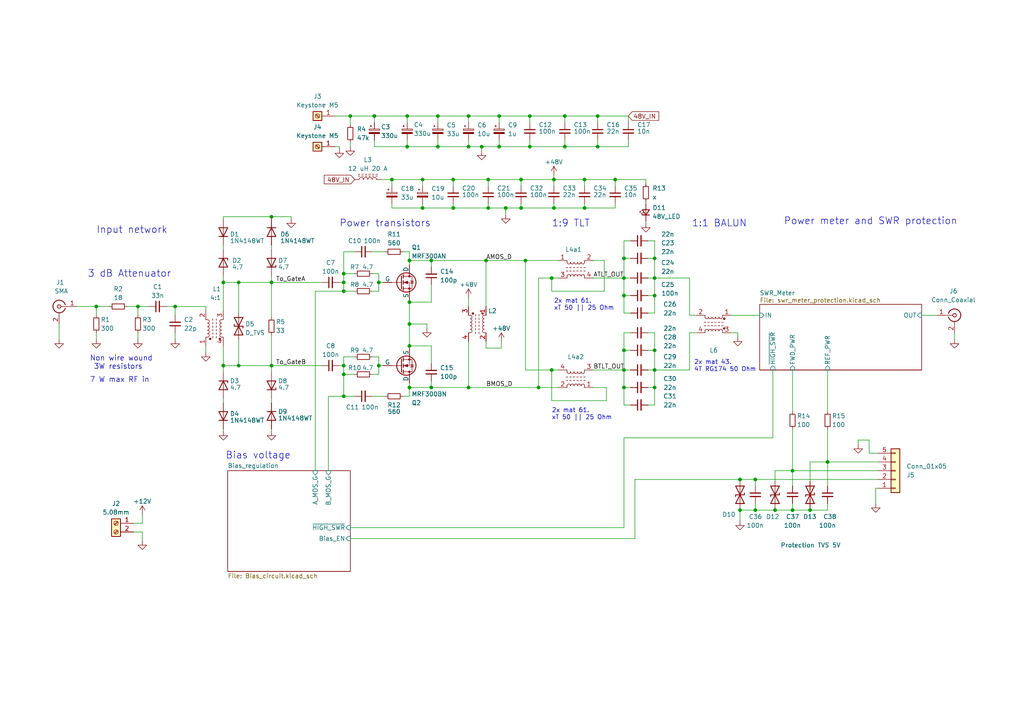
<source format=kicad_sch>
(kicad_sch (version 20230121) (generator eeschema)
  (paper "A4")
  (title_block (title "600 W LDMOS HF RF Amplifier - Forte") (date "2024-05-10") (rev "1.1") (company "SP6GK") (comment 1 "RF pallet"))
  (junction (at 219.075 139.065))
  (junction (at 118.745 93.98))
  (junction (at 144.78 33.655))
  (junction (at 69.215 81.915))
  (junction (at 99.695 106.045))
  (junction (at 169.545 52.07))
  (junction (at 163.83 33.655))
  (junction (at 214.63 139.065))
  (junction (at 113.665 52.07))
  (junction (at 163.83 42.545))
  (junction (at 173.355 33.655))
  (junction (at 118.745 87.63))
  (junction (at 229.87 147.955))
  (junction (at 69.215 106.045))
  (junction (at 78.74 81.915))
  (junction (at 178.435 52.07))
  (junction (at 118.11 42.545))
  (junction (at 151.13 60.325))
  (junction (at 153.67 42.545))
  (junction (at 99.695 79.375))
  (junction (at 169.545 60.325))
  (junction (at 122.555 52.07))
  (junction (at 189.865 112.395))
  (junction (at 180.975 85.725))
  (junction (at 108.585 33.655))
  (junction (at 118.745 112.395))
  (junction (at 64.77 81.915))
  (junction (at 122.555 60.325))
  (junction (at 180.975 112.395))
  (junction (at 109.855 81.915))
  (junction (at 144.78 42.545))
  (junction (at 180.975 101.6))
  (junction (at 160.655 52.07))
  (junction (at 189.865 74.93))
  (junction (at 189.865 107.315))
  (junction (at 214.63 147.955))
  (junction (at 131.445 52.07))
  (junction (at 229.87 136.525))
  (junction (at 189.865 85.725))
  (junction (at 118.745 100.33))
  (junction (at 160.02 107.315))
  (junction (at 140.97 75.565))
  (junction (at 99.695 81.915))
  (junction (at 141.605 52.07))
  (junction (at 153.67 33.655))
  (junction (at 127 42.545))
  (junction (at 180.975 80.645))
  (junction (at 99.695 84.455))
  (junction (at 99.695 108.585))
  (junction (at 131.445 60.325))
  (junction (at 156.21 112.395))
  (junction (at 125.095 75.565))
  (junction (at 109.855 106.045))
  (junction (at 78.74 62.865))
  (junction (at 40.005 88.9))
  (junction (at 135.89 42.545))
  (junction (at 234.95 147.955))
  (junction (at 240.03 133.985))
  (junction (at 99.695 114.935))
  (junction (at 118.745 75.565))
  (junction (at 151.13 52.07))
  (junction (at 219.075 147.955))
  (junction (at 189.865 101.6))
  (junction (at 118.11 33.655))
  (junction (at 141.605 60.325))
  (junction (at 27.94 88.9))
  (junction (at 64.77 106.045))
  (junction (at 173.355 42.545))
  (junction (at 160.02 80.645))
  (junction (at 146.685 60.325))
  (junction (at 160.655 60.325))
  (junction (at 125.095 112.395))
  (junction (at 189.865 80.645))
  (junction (at 152.4 75.565))
  (junction (at 180.975 107.315))
  (junction (at 50.8 88.9))
  (junction (at 224.79 147.955))
  (junction (at 101.6 33.655))
  (junction (at 139.7 42.545))
  (junction (at 135.89 112.395))
  (junction (at 135.89 33.655))
  (junction (at 180.975 74.93))
  (junction (at 78.74 106.045))
  (junction (at 127 33.655))
  (wire (pts (xy 125.095 75.565) (xy 125.095 77.47)))
  (wire (pts (xy 180.975 127) (xy 224.155 127)))
  (wire (pts (xy 22.225 88.9) (xy 27.94 88.9)))
  (wire (pts (xy 50.8 91.44) (xy 50.8 88.9)))
  (wire (pts (xy 178.435 59.055) (xy 178.435 60.325)))
  (wire (pts (xy 125.095 105.41) (xy 125.095 100.33)))
  (wire (pts (xy 101.6 153.035) (xy 180.975 153.035)))
  (wire (pts (xy 160.02 80.645) (xy 156.21 80.645)))
  (wire (pts (xy 160.02 107.315) (xy 161.925 107.315)))
  (wire (pts (xy 141.605 52.07) (xy 141.605 53.975)))
  (wire (pts (xy 180.975 101.6) (xy 180.975 96.52)))
  (wire (pts (xy 182.88 80.645) (xy 180.975 80.645)))
  (wire (pts (xy 141.605 52.07) (xy 151.13 52.07)))
  (wire (pts (xy 95.25 114.935) (xy 99.695 114.935)))
  (wire (pts (xy 131.445 52.07) (xy 141.605 52.07)))
  (wire (pts (xy 163.83 33.655) (xy 173.355 33.655)))
  (wire (pts (xy 200.025 80.645) (xy 200.025 91.44)))
  (wire (pts (xy 125.095 112.395) (xy 135.89 112.395)))
  (wire (pts (xy 107.95 103.505) (xy 109.855 103.505)))
  (wire (pts (xy 172.085 75.565) (xy 175.26 75.565)))
  (wire (pts (xy 224.79 147.955) (xy 229.87 147.955)))
  (wire (pts (xy 118.745 112.395) (xy 125.095 112.395)))
  (wire (pts (xy 135.89 86.36) (xy 135.89 88.9)))
  (wire (pts (xy 229.87 146.05) (xy 229.87 147.955)))
  (wire (pts (xy 240.03 133.985) (xy 240.03 140.97)))
  (wire (pts (xy 99.695 106.045) (xy 99.695 108.585)))
  (wire (pts (xy 189.865 96.52) (xy 189.865 101.6)))
  (wire (pts (xy 254.635 131.445) (xy 252.095 131.445)))
  (wire (pts (xy 122.555 52.07) (xy 122.555 53.975)))
  (wire (pts (xy 118.745 112.395) (xy 118.745 111.125)))
  (wire (pts (xy 108.585 33.655) (xy 118.11 33.655)))
  (wire (pts (xy 182.88 101.6) (xy 180.975 101.6)))
  (wire (pts (xy 254.635 133.985) (xy 240.03 133.985)))
  (wire (pts (xy 163.83 42.545) (xy 153.67 42.545)))
  (wire (pts (xy 224.155 107.315) (xy 224.155 127)))
  (wire (pts (xy 109.855 79.375) (xy 109.855 81.915)))
  (wire (pts (xy 152.4 75.565) (xy 161.925 75.565)))
  (wire (pts (xy 224.79 136.525) (xy 224.79 139.7)))
  (wire (pts (xy 229.87 124.46) (xy 229.87 136.525)))
  (wire (pts (xy 175.895 116.205) (xy 160.02 116.205)))
  (wire (pts (xy 146.685 60.325) (xy 151.13 60.325)))
  (wire (pts (xy 173.355 33.655) (xy 182.245 33.655)))
  (wire (pts (xy 182.245 33.655) (xy 182.245 35.56)))
  (wire (pts (xy 64.77 125.095) (xy 64.77 124.46)))
  (wire (pts (xy 224.79 136.525) (xy 229.87 136.525)))
  (wire (pts (xy 189.865 101.6) (xy 189.865 107.315)))
  (wire (pts (xy 189.865 90.805) (xy 187.96 90.805)))
  (wire (pts (xy 99.695 81.915) (xy 99.695 79.375)))
  (wire (pts (xy 122.555 59.055) (xy 122.555 60.325)))
  (wire (pts (xy 118.745 114.935) (xy 118.745 112.395)))
  (wire (pts (xy 160.02 80.645) (xy 160.02 84.455)))
  (wire (pts (xy 135.89 42.545) (xy 127 42.545)))
  (wire (pts (xy 144.78 42.545) (xy 139.7 42.545)))
  (wire (pts (xy 182.88 117.475) (xy 180.975 117.475)))
  (wire (pts (xy 173.355 33.655) (xy 173.355 35.56)))
  (wire (pts (xy 78.74 125.095) (xy 78.74 124.46)))
  (wire (pts (xy 189.865 74.93) (xy 189.865 80.645)))
  (wire (pts (xy 98.425 42.545) (xy 98.425 43.18)))
  (wire (pts (xy 64.77 62.865) (xy 78.74 62.865)))
  (wire (pts (xy 182.245 42.545) (xy 173.355 42.545)))
  (wire (pts (xy 153.67 42.545) (xy 153.67 40.64)))
  (wire (pts (xy 123.825 95.25) (xy 123.825 93.98)))
  (wire (pts (xy 151.13 60.325) (xy 160.655 60.325)))
  (wire (pts (xy 219.075 139.065) (xy 214.63 139.065)))
  (wire (pts (xy 145.415 99.06) (xy 145.415 100.965)))
  (wire (pts (xy 187.96 85.725) (xy 189.865 85.725)))
  (wire (pts (xy 78.74 106.045) (xy 93.345 106.045)))
  (wire (pts (xy 97.155 42.545) (xy 98.425 42.545)))
  (wire (pts (xy 187.96 101.6) (xy 189.865 101.6)))
  (wire (pts (xy 187.96 96.52) (xy 189.865 96.52)))
  (wire (pts (xy 146.685 60.325) (xy 146.685 62.23)))
  (wire (pts (xy 224.79 147.955) (xy 219.075 147.955)))
  (wire (pts (xy 151.13 59.055) (xy 151.13 60.325)))
  (wire (pts (xy 78.74 72.39) (xy 78.74 71.12)))
  (wire (pts (xy 118.11 42.545) (xy 118.11 40.64)))
  (wire (pts (xy 109.855 84.455) (xy 107.95 84.455)))
  (wire (pts (xy 135.89 42.545) (xy 135.89 40.64)))
  (wire (pts (xy 84.455 62.865) (xy 84.455 63.5)))
  (wire (pts (xy 127 35.56) (xy 127 33.655)))
  (wire (pts (xy 189.865 69.85) (xy 189.865 74.93)))
  (wire (pts (xy 187.96 69.85) (xy 189.865 69.85)))
  (wire (pts (xy 229.87 136.525) (xy 229.87 140.97)))
  (wire (pts (xy 172.085 107.315) (xy 180.975 107.315)))
  (wire (pts (xy 169.545 59.055) (xy 169.545 60.325)))
  (wire (pts (xy 182.88 85.725) (xy 180.975 85.725)))
  (wire (pts (xy 180.975 90.805) (xy 180.975 85.725)))
  (wire (pts (xy 153.67 33.655) (xy 163.83 33.655)))
  (wire (pts (xy 151.13 52.07) (xy 151.13 53.975)))
  (wire (pts (xy 153.67 35.56) (xy 153.67 33.655)))
  (wire (pts (xy 169.545 52.07) (xy 169.545 53.975)))
  (wire (pts (xy 64.77 72.39) (xy 64.77 71.12)))
  (wire (pts (xy 187.325 52.07) (xy 187.325 53.34)))
  (wire (pts (xy 252.095 131.445) (xy 252.095 127.635)))
  (wire (pts (xy 48.26 88.9) (xy 50.8 88.9)))
  (wire (pts (xy 91.44 84.455) (xy 91.44 136.525)))
  (wire (pts (xy 135.89 112.395) (xy 156.21 112.395)))
  (wire (pts (xy 189.865 107.315) (xy 200.025 107.315)))
  (wire (pts (xy 140.97 75.565) (xy 152.4 75.565)))
  (wire (pts (xy 127 42.545) (xy 127 40.64)))
  (wire (pts (xy 109.855 108.585) (xy 107.95 108.585)))
  (wire (pts (xy 110.49 52.07) (xy 113.665 52.07)))
  (wire (pts (xy 146.685 60.325) (xy 141.605 60.325)))
  (wire (pts (xy 27.94 88.9) (xy 31.75 88.9)))
  (wire (pts (xy 178.435 52.07) (xy 178.435 53.975)))
  (wire (pts (xy 101.6 41.275) (xy 101.6 42.545)))
  (wire (pts (xy 141.605 60.325) (xy 131.445 60.325)))
  (wire (pts (xy 116.84 114.935) (xy 118.745 114.935)))
  (wire (pts (xy 95.25 136.525) (xy 95.25 114.935)))
  (wire (pts (xy 135.89 99.06) (xy 135.89 112.395)))
  (wire (pts (xy 254.635 136.525) (xy 229.87 136.525)))
  (wire (pts (xy 78.74 81.915) (xy 78.74 80.01)))
  (wire (pts (xy 101.6 33.655) (xy 108.585 33.655)))
  (wire (pts (xy 109.855 106.045) (xy 109.855 108.585)))
  (wire (pts (xy 64.77 106.045) (xy 69.215 106.045)))
  (wire (pts (xy 99.695 84.455) (xy 99.695 81.915)))
  (wire (pts (xy 214.63 147.955) (xy 214.63 151.13)))
  (wire (pts (xy 118.745 93.98) (xy 118.745 100.33)))
  (wire (pts (xy 189.865 117.475) (xy 187.96 117.475)))
  (wire (pts (xy 99.695 103.505) (xy 99.695 106.045)))
  (wire (pts (xy 160.655 50.8) (xy 160.655 52.07)))
  (wire (pts (xy 182.88 90.805) (xy 180.975 90.805)))
  (wire (pts (xy 139.7 42.545) (xy 139.7 43.815)))
  (wire (pts (xy 180.975 74.93) (xy 180.975 69.85)))
  (wire (pts (xy 127 33.655) (xy 135.89 33.655)))
  (wire (pts (xy 172.085 112.395) (xy 175.895 112.395)))
  (wire (pts (xy 41.275 154.305) (xy 41.275 156.845)))
  (wire (pts (xy 160.655 59.055) (xy 160.655 60.325)))
  (wire (pts (xy 69.215 98.425) (xy 69.215 106.045)))
  (wire (pts (xy 153.67 42.545) (xy 144.78 42.545)))
  (wire (pts (xy 151.13 52.07) (xy 160.655 52.07)))
  (wire (pts (xy 212.09 91.44) (xy 220.345 91.44)))
  (wire (pts (xy 189.865 80.645) (xy 189.865 85.725)))
  (wire (pts (xy 229.87 147.955) (xy 234.95 147.955)))
  (wire (pts (xy 175.26 84.455) (xy 175.26 75.565)))
  (wire (pts (xy 109.855 81.915) (xy 109.855 84.455)))
  (wire (pts (xy 50.8 96.52) (xy 50.8 98.425)))
  (wire (pts (xy 27.94 96.52) (xy 27.94 98.425)))
  (wire (pts (xy 78.74 115.57) (xy 78.74 116.84)))
  (wire (pts (xy 118.745 100.33) (xy 118.745 100.965)))
  (wire (pts (xy 213.995 96.52) (xy 213.995 97.79)))
  (wire (pts (xy 140.97 88.9) (xy 140.97 75.565)))
  (wire (pts (xy 99.695 84.455) (xy 91.44 84.455)))
  (wire (pts (xy 78.74 62.865) (xy 78.74 63.5)))
  (wire (pts (xy 41.275 151.765) (xy 41.275 149.225)))
  (wire (pts (xy 140.97 100.965) (xy 140.97 99.06)))
  (wire (pts (xy 160.02 116.205) (xy 160.02 107.315)))
  (wire (pts (xy 141.605 59.055) (xy 141.605 60.325)))
  (wire (pts (xy 189.865 85.725) (xy 189.865 90.805)))
  (wire (pts (xy 118.745 73.025) (xy 118.745 75.565)))
  (wire (pts (xy 240.03 124.46) (xy 240.03 133.985)))
  (wire (pts (xy 140.97 100.965) (xy 145.415 100.965)))
  (wire (pts (xy 131.445 52.07) (xy 131.445 53.975)))
  (wire (pts (xy 254.635 139.065) (xy 219.075 139.065)))
  (wire (pts (xy 175.895 112.395) (xy 175.895 116.205)))
  (wire (pts (xy 131.445 60.325) (xy 122.555 60.325)))
  (wire (pts (xy 99.695 73.025) (xy 102.87 73.025)))
  (wire (pts (xy 139.7 42.545) (xy 135.89 42.545)))
  (wire (pts (xy 38.735 151.765) (xy 41.275 151.765)))
  (wire (pts (xy 169.545 60.325) (xy 160.655 60.325)))
  (wire (pts (xy 180.975 85.725) (xy 180.975 80.645)))
  (wire (pts (xy 107.95 79.375) (xy 109.855 79.375)))
  (wire (pts (xy 118.11 35.56) (xy 118.11 33.655)))
  (wire (pts (xy 189.865 107.315) (xy 189.865 112.395)))
  (wire (pts (xy 184.15 139.065) (xy 214.63 139.065)))
  (wire (pts (xy 27.94 88.9) (xy 27.94 91.44)))
  (wire (pts (xy 144.78 35.56) (xy 144.78 33.655)))
  (wire (pts (xy 101.6 156.21) (xy 184.15 156.21)))
  (wire (pts (xy 64.77 115.57) (xy 64.77 116.84)))
  (wire (pts (xy 64.77 106.045) (xy 64.77 107.95)))
  (wire (pts (xy 107.95 114.935) (xy 111.76 114.935)))
  (wire (pts (xy 180.975 80.645) (xy 180.975 74.93)))
  (wire (pts (xy 59.69 88.9) (xy 59.69 90.17)))
  (wire (pts (xy 59.69 100.33) (xy 59.69 102.235)))
  (wire (pts (xy 144.78 42.545) (xy 144.78 40.64)))
  (wire (pts (xy 214.63 139.065) (xy 214.63 139.7)))
  (wire (pts (xy 182.88 96.52) (xy 180.975 96.52)))
  (wire (pts (xy 182.245 40.64) (xy 182.245 42.545)))
  (wire (pts (xy 212.09 96.52) (xy 213.995 96.52)))
  (wire (pts (xy 78.74 81.915) (xy 78.74 92.075)))
  (wire (pts (xy 116.84 73.025) (xy 118.745 73.025)))
  (wire (pts (xy 113.665 60.325) (xy 113.665 59.055)))
  (wire (pts (xy 180.975 112.395) (xy 180.975 107.315)))
  (wire (pts (xy 64.77 81.915) (xy 69.215 81.915)))
  (wire (pts (xy 187.325 58.42) (xy 187.325 59.055)))
  (wire (pts (xy 64.77 90.17) (xy 64.77 81.915)))
  (wire (pts (xy 99.695 114.935) (xy 102.87 114.935)))
  (wire (pts (xy 125.095 82.55) (xy 125.095 87.63)))
  (wire (pts (xy 118.11 42.545) (xy 127 42.545)))
  (wire (pts (xy 187.96 80.645) (xy 189.865 80.645)))
  (wire (pts (xy 169.545 52.07) (xy 178.435 52.07)))
  (wire (pts (xy 107.95 73.025) (xy 111.76 73.025)))
  (wire (pts (xy 219.075 139.065) (xy 219.075 140.97)))
  (wire (pts (xy 173.355 40.64) (xy 173.355 42.545)))
  (wire (pts (xy 182.88 69.85) (xy 180.975 69.85)))
  (wire (pts (xy 178.435 52.07) (xy 187.325 52.07)))
  (wire (pts (xy 101.6 33.655) (xy 101.6 36.195)))
  (wire (pts (xy 40.005 96.52) (xy 40.005 98.425)))
  (wire (pts (xy 187.325 64.135) (xy 187.325 64.77)))
  (wire (pts (xy 108.585 33.655) (xy 108.585 35.56)))
  (wire (pts (xy 113.665 52.07) (xy 122.555 52.07)))
  (wire (pts (xy 50.8 88.9) (xy 59.69 88.9)))
  (wire (pts (xy 180.975 107.315) (xy 180.975 101.6)))
  (wire (pts (xy 184.15 156.21) (xy 184.15 139.065)))
  (wire (pts (xy 152.4 107.315) (xy 152.4 75.565)))
  (wire (pts (xy 187.96 107.315) (xy 189.865 107.315)))
  (wire (pts (xy 189.865 112.395) (xy 189.865 117.475)))
  (wire (pts (xy 219.075 146.05) (xy 219.075 147.955)))
  (wire (pts (xy 200.025 107.315) (xy 200.025 96.52)))
  (wire (pts (xy 135.89 35.56) (xy 135.89 33.655)))
  (wire (pts (xy 234.95 147.32) (xy 234.95 147.955)))
  (wire (pts (xy 125.095 75.565) (xy 140.97 75.565)))
  (wire (pts (xy 69.215 81.915) (xy 69.215 90.805)))
  (wire (pts (xy 163.83 33.655) (xy 163.83 35.56)))
  (wire (pts (xy 118.745 87.63) (xy 118.745 93.98)))
  (wire (pts (xy 224.79 147.32) (xy 224.79 147.955)))
  (wire (pts (xy 118.11 33.655) (xy 127 33.655)))
  (wire (pts (xy 234.95 133.985) (xy 240.03 133.985)))
  (wire (pts (xy 99.695 108.585) (xy 99.695 114.935)))
  (wire (pts (xy 78.74 97.155) (xy 78.74 106.045)))
  (wire (pts (xy 98.425 81.915) (xy 99.695 81.915)))
  (wire (pts (xy 108.585 42.545) (xy 118.11 42.545)))
  (wire (pts (xy 214.63 147.32) (xy 214.63 147.955)))
  (wire (pts (xy 135.89 33.655) (xy 144.78 33.655)))
  (wire (pts (xy 123.825 93.98) (xy 118.745 93.98)))
  (wire (pts (xy 161.925 112.395) (xy 156.21 112.395)))
  (wire (pts (xy 125.095 110.49) (xy 125.095 112.395)))
  (wire (pts (xy 161.925 80.645) (xy 160.02 80.645)))
  (wire (pts (xy 98.425 106.045) (xy 99.695 106.045)))
  (wire (pts (xy 69.215 106.045) (xy 78.74 106.045)))
  (wire (pts (xy 113.665 52.07) (xy 113.665 53.975)))
  (wire (pts (xy 187.96 74.93) (xy 189.865 74.93)))
  (wire (pts (xy 38.735 154.305) (xy 41.275 154.305)))
  (wire (pts (xy 109.855 106.045) (xy 111.125 106.045)))
  (wire (pts (xy 97.155 33.655) (xy 101.6 33.655)))
  (wire (pts (xy 172.085 80.645) (xy 180.975 80.645)))
  (wire (pts (xy 64.77 100.33) (xy 64.77 106.045)))
  (wire (pts (xy 163.83 42.545) (xy 173.355 42.545)))
  (wire (pts (xy 118.745 75.565) (xy 125.095 75.565)))
  (wire (pts (xy 118.745 86.995) (xy 118.745 87.63)))
  (wire (pts (xy 178.435 60.325) (xy 169.545 60.325)))
  (wire (pts (xy 248.92 127.635) (xy 248.92 128.905)))
  (wire (pts (xy 99.695 103.505) (xy 102.87 103.505)))
  (wire (pts (xy 122.555 52.07) (xy 131.445 52.07)))
  (wire (pts (xy 125.095 100.33) (xy 118.745 100.33)))
  (wire (pts (xy 234.95 133.985) (xy 234.95 139.7)))
  (wire (pts (xy 99.695 73.025) (xy 99.695 79.375)))
  (wire (pts (xy 99.695 79.375) (xy 102.87 79.375)))
  (wire (pts (xy 234.95 147.955) (xy 240.03 147.955)))
  (wire (pts (xy 131.445 60.325) (xy 131.445 59.055)))
  (wire (pts (xy 160.02 107.315) (xy 152.4 107.315)))
  (wire (pts (xy 229.87 107.315) (xy 229.87 119.38)))
  (wire (pts (xy 78.74 106.045) (xy 78.74 107.95)))
  (wire (pts (xy 254.635 141.605) (xy 254 141.605)))
  (wire (pts (xy 180.975 153.035) (xy 180.975 127)))
  (wire (pts (xy 99.695 108.585) (xy 102.87 108.585)))
  (wire (pts (xy 156.21 80.645) (xy 156.21 112.395)))
  (wire (pts (xy 36.83 88.9) (xy 40.005 88.9)))
  (wire (pts (xy 240.03 146.05) (xy 240.03 147.955)))
  (wire (pts (xy 189.865 80.645) (xy 200.025 80.645)))
  (wire (pts (xy 144.78 33.655) (xy 153.67 33.655)))
  (wire (pts (xy 160.655 52.07) (xy 160.655 53.975)))
  (wire (pts (xy 169.545 52.07) (xy 160.655 52.07)))
  (wire (pts (xy 240.03 107.315) (xy 240.03 119.38)))
  (wire (pts (xy 254 141.605) (xy 254 146.05)))
  (wire (pts (xy 109.855 103.505) (xy 109.855 106.045)))
  (wire (pts (xy 78.74 62.865) (xy 84.455 62.865)))
  (wire (pts (xy 17.145 93.98) (xy 17.145 98.425)))
  (wire (pts (xy 180.975 117.475) (xy 180.975 112.395)))
  (wire (pts (xy 109.855 81.915) (xy 111.125 81.915)))
  (wire (pts (xy 99.695 84.455) (xy 102.87 84.455)))
  (wire (pts (xy 64.77 81.915) (xy 64.77 80.01)))
  (wire (pts (xy 187.96 112.395) (xy 189.865 112.395)))
  (wire (pts (xy 267.335 91.44) (xy 271.78 91.44)))
  (wire (pts (xy 276.86 96.52) (xy 276.86 98.425)))
  (wire (pts (xy 160.02 84.455) (xy 175.26 84.455)))
  (wire (pts (xy 118.745 76.835) (xy 118.745 75.565)))
  (wire (pts (xy 69.215 81.915) (xy 78.74 81.915)))
  (wire (pts (xy 78.74 81.915) (xy 93.345 81.915)))
  (wire (pts (xy 40.005 88.9) (xy 43.18 88.9)))
  (wire (pts (xy 122.555 60.325) (xy 113.665 60.325)))
  (wire (pts (xy 180.975 107.315) (xy 182.88 107.315)))
  (wire (pts (xy 163.83 40.64) (xy 163.83 42.545)))
  (wire (pts (xy 252.095 127.635) (xy 248.92 127.635)))
  (wire (pts (xy 108.585 40.64) (xy 108.585 42.545)))
  (wire (pts (xy 125.095 87.63) (xy 118.745 87.63)))
  (wire (pts (xy 64.77 62.865) (xy 64.77 63.5)))
  (wire (pts (xy 200.025 96.52) (xy 201.93 96.52)))
  (wire (pts (xy 200.025 91.44) (xy 201.93 91.44)))
  (wire (pts (xy 182.88 74.93) (xy 180.975 74.93)))
  (wire (pts (xy 40.005 88.9) (xy 40.005 91.44)))
  (wire (pts (xy 219.075 147.955) (xy 214.63 147.955)))
  (wire (pts (xy 182.88 112.395) (xy 180.975 112.395)))
  (text "Input network" (at 27.94 67.945 0) (effects (font (size 2 2)) (justify left bottom)))
  (text "1:1 BALUN" (at 200.66 66.04 0) (effects (font (size 2 2)) (justify left bottom)))
  (text "2x mat 61. \nxT 50 || 25 Ohm" (at 160.655 90.17 0) (effects (font (size 1.27 1.27)) (justify left bottom)))
  (text "7 W max RF in" (at 26.035 111.125 0) (effects (font (size 1.5 1.5)) (justify left bottom)))
  (text "Power transistors" (at 98.425 66.04 0) (effects (font (size 2 2)) (justify left bottom)))
  (text "1:9 TLT" (at 160.02 66.04 0) (effects (font (size 2 2)) (justify left bottom)))
  (text "2x mat 43. \n4T RG174 50 Ohm" (at 201.295 107.95 0) (effects (font (size 1.27 1.27)) (justify left bottom)))
  (text "Power meter and SWR protection" (at 227.33 65.405 0) (effects (font (size 2 2)) (justify left bottom)))
  (text "2x mat 61. \nxT 50 || 25 Ohm" (at 160.02 121.92 0) (effects (font (size 1.27 1.27)) (justify left bottom)))
  (text "Bias voltage" (at 65.405 133.35 0) (effects (font (size 2 2)) (justify left bottom)))
  (text "3 dB Attenuator" (at 25.4 80.645 0) (effects (font (size 2 2)) (justify left bottom)))
  (text "Non wire wound \n 3W resistors" (at 26.035 107.315 0) (effects (font (size 1.5 1.5)) (justify left bottom)))
  (label "BTLT_OUT" (at 172.085 107.315 0))
  (label "ATLT_OUT" (at 172.085 80.645 0))
  (label "AMOS_D" (at 140.97 75.565 0))
  (label "BMOS_D" (at 140.97 112.395 0))
  (label "To_GateB" (at 80.01 106.045 0))
  (label "To_GateA" (at 80.01 81.915 0))
  (global_label "48V_IN" (shape input) (at 182.245 33.655 0) (property "Intersheetrefs" "${INTERSHEET_REFS}" (effects hide)))
  (global_label "48V_IN" (shape input) (at 102.87 52.07 180) (property "Intersheetrefs" "${INTERSHEET_REFS}" (effects hide)))
  (symbol (lib_id "power:+48V") (at 160.655 50.8 0) (unit 1)
    (property "Reference" "#PWR018" (effects hide))
    (property "Value" "+48V" (at 160.655 46.99 0))
  )
  (symbol (lib_id "Device:D_TVS") (at 234.95 143.51 270) (mirror x) (unit 1)
    (property "Reference" "D13" (at 236.855 149.86 90) (effects (justify right)))
    (property "Value" "Protection TVS 5V" (at 243.84 158.115 90) (effects (justify right)))
    (property "Footprint" "Diode_SMD:D_SMF" (effects hide))
  )
  (symbol (lib_id "power:GND") (at 78.74 125.095 0) (unit 1)
    (property "Reference" "#PWR011" (effects hide))
    (property "Value" "GND" (effects hide))
  )
  (symbol (lib_id "Device:C_Small") (at 185.42 112.395 90) (unit 1)
    (property "Reference" "C30" (at 194.31 109.855 90))
    (property "Value" "22n" (at 194.31 112.395 90))
    (property "Footprint" "Capacitor_SMD:C_1206_3216Metric_Pad1.33x1.80mm_HandSolder" (effects hide))
  )
  (symbol (lib_id "Device:C_Small") (at 185.42 80.645 90) (unit 1)
    (property "Reference" "C24" (at 193.675 76.2 90))
    (property "Value" "22n" (at 193.675 78.74 90))
    (property "Footprint" "Capacitor_SMD:C_1206_3216Metric_Pad1.33x1.80mm_HandSolder" (effects hide))
  )
  (symbol (lib_id "Device:R_Small") (at 114.3 73.025 90) (unit 1)
    (property "Reference" "R11" (at 114.3 67.945 90))
    (property "Value" "560" (at 114.3 70.485 90))
    (property "Footprint" "Resistor_SMD:R_2512_6332Metric_Pad1.40x3.35mm_HandSolder" (effects hide))
  )
  (symbol (lib_id "Device:R_Small") (at 105.41 108.585 90) (unit 1)
    (property "Reference" "R10" (at 102.87 106.68 90))
    (property "Value" "4.7" (at 106.68 106.68 90))
    (property "Footprint" "Capacitor_SMD:C_1206_3216Metric_Pad1.33x1.80mm_HandSolder" (effects hide))
  )
  (symbol (lib_id "Device:C_Polarized_Small") (at 108.585 38.1 0) (unit 1)
    (property "Reference" "C3" (at 110.49 36.83 0) (effects (justify left)))
    (property "Value" "330u" (at 110.49 39.37 0) (effects (justify left)))
    (property "Footprint" "Capacitor_SMD:CP_Elec_18x17.5" (effects hide))
  )
  (symbol (lib_id "Device:D_TVS") (at 214.63 143.51 270) (mirror x) (unit 1)
    (property "Reference" "D10" (at 213.36 149.225 90) (effects (justify right)))
    (property "Value" "3.6" (effects hide))
    (property "Footprint" "Diode_SMD:D_SMF" (effects hide))
  )
  (symbol (lib_id "Device:C_Small") (at 105.41 114.935 90) (unit 1)
    (property "Reference" "C11" (at 102.235 118.11 90))
    (property "Value" "100n" (at 107.315 118.11 90))
    (property "Footprint" "Capacitor_SMD:C_1206_3216Metric_Pad1.33x1.80mm_HandSolder" (effects hide))
  )
  (symbol (lib_id "Device:C_Small") (at 229.87 143.51 0) (unit 1)
    (property "Reference" "C37" (at 227.965 149.86 0) (effects (justify left)))
    (property "Value" "100n" (at 227.33 152.4 0) (effects (justify left)))
    (property "Footprint" "Capacitor_SMD:C_0805_2012Metric_Pad1.18x1.45mm_HandSolder" (effects hide))
  )
  (symbol (lib_id "power:+12V") (at 41.275 149.225 0) (unit 1)
    (property "Reference" "#PWR04" (effects hide))
    (property "Value" "+12V" (at 41.275 145.415 0))
  )
  (symbol (lib_id "Device:C_Small") (at 185.42 96.52 90) (unit 1)
    (property "Reference" "C27" (effects hide))
    (property "Value" "22n" (at 194.31 95.25 90))
    (property "Footprint" "Capacitor_SMD:C_1206_3216Metric_Pad1.33x1.80mm_HandSolder" (effects hide))
  )
  (symbol (lib_id "Connector:Conn_Coaxial") (at 276.86 91.44 0) (unit 1)
    (property "Reference" "J6" (at 276.5426 84.455 0))
    (property "Value" "Conn_Coaxial" (at 276.5426 86.995 0))
    (property "Footprint" "Forte_PA_lib:Coax_connector" (effects hide))
    (property "Datasheet" " ~" (effects hide))
  )
  (symbol (lib_id "Device:R_Small") (at 105.41 84.455 90) (unit 1)
    (property "Reference" "R8" (at 102.87 82.55 90))
    (property "Value" "4.7" (at 106.68 82.55 90))
    (property "Footprint" "Capacitor_SMD:C_1206_3216Metric_Pad1.33x1.80mm_HandSolder" (effects hide))
  )
  (symbol (lib_id "power:GND") (at 17.145 98.425 0) (unit 1)
    (property "Reference" "#PWR01" (effects hide))
    (property "Value" "GND" (effects hide))
  )
  (symbol (lib_id "Device:R_Small") (at 40.005 93.98 0) (unit 1)
    (property "Reference" "R3" (at 41.275 92.71 0) (effects (justify left)))
    (property "Value" "300" (at 41.275 95.25 0) (effects (justify left)))
    (property "Footprint" "Resistor_SMD:R_2816_7142Metric_Pad3.20x4.45mm_HandSolder" (effects hide))
  )
  (symbol (lib_id "Device:L_Ferrite_Coupled") (at 138.43 93.98 270) (unit 1)
    (property "Reference" "L2" (at 141.605 90.17 90) (effects (justify left)))
    (property "Value" "L_Ferrite_Coupled" (effects hide))
    (property "Footprint" "Forte_PA_lib:VDD_Pads" (effects hide))
  )
  (symbol (lib_id "Device:R_Small") (at 229.87 121.92 0) (unit 1)
    (property "Reference" "R14" (at 231.14 120.65 0) (effects (justify left)))
    (property "Value" "100" (at 231.14 123.19 0) (effects (justify left)))
    (property "Footprint" "Resistor_SMD:R_0603_1608Metric_Pad0.98x0.95mm_HandSolder" (effects hide))
  )
  (symbol (lib_id "Connector:Screw_Terminal_01x01") (at 92.075 42.545 180) (unit 1)
    (property "Reference" "J4" (at 92.075 36.83 0))
    (property "Value" "Keystone M5" (at 92.075 39.37 0))
    (property "Footprint" "Forte_PA_lib:M5_screw_terminal_Keystone" (effects hide))
  )
  (symbol (lib_id "Device:C_Small") (at 160.655 56.515 0) (unit 1)
    (property "Reference" "C33" (at 163.195 54.61 0) (effects (justify left)))
    (property "Value" "22n" (at 163.195 56.515 0) (effects (justify left)))
    (property "Footprint" "Capacitor_SMD:C_1206_3216Metric_Pad1.33x1.80mm_HandSolder" (effects hide))
  )
  (symbol (lib_id "Device:C_Small") (at 185.42 85.725 90) (unit 1)
    (property "Reference" "C25" (at 193.675 82.55 90))
    (property "Value" "100n" (at 194.31 85.09 90))
    (property "Footprint" "Capacitor_SMD:C_1206_3216Metric_Pad1.33x1.80mm_HandSolder" (effects hide))
  )
  (symbol (lib_id "Device:R_Small") (at 105.41 79.375 90) (unit 1)
    (property "Reference" "R7" (at 102.87 77.47 90))
    (property "Value" "4.7" (at 106.68 77.47 90))
    (property "Footprint" "Capacitor_SMD:C_1206_3216Metric_Pad1.33x1.80mm_HandSolder" (effects hide))
  )
  (symbol (lib_id "Diode:1N4148WT") (at 78.74 67.31 90) (mirror x) (unit 1)
    (property "Reference" "D6" (at 81.28 67.945 90) (effects (justify right)))
    (property "Value" "1N4148WT" (at 81.28 69.85 90) (effects (justify right)))
    (property "Footprint" "Diode_SMD:D_SMB" (effects hide))
    (property "Datasheet" "https://www.diodes.com/assets/Datasheets/ds30396.pdf" (effects hide))
    (property "Sim.Device" "D" (effects hide))
    (property "Sim.Pins" "1=K 2=A" (effects hide))
  )
  (symbol (lib_id "Device:C_Small") (at 185.42 101.6 90) (unit 1)
    (property "Reference" "C28" (at 194.31 97.79 90))
    (property "Value" "22n" (at 194.31 100.33 90))
    (property "Footprint" "Capacitor_SMD:C_1206_3216Metric_Pad1.33x1.80mm_HandSolder" (effects hide))
  )
  (symbol (lib_id "power:GND") (at 101.6 42.545 0) (unit 1)
    (property "Reference" "#PWR07" (effects hide))
    (property "Value" "GND" (effects hide))
  )
  (symbol (lib_id "Device:D_Zener") (at 78.74 111.76 270) (mirror x) (unit 1)
    (property "Reference" "D8" (at 80.645 110.49 90) (effects (justify left)))
    (property "Value" "4.7" (at 80.645 112.395 90) (effects (justify left)))
    (property "Footprint" "Diode_SMD:D_SMB" (effects hide))
  )
  (symbol (lib_id "Device:C_Small") (at 185.42 90.805 90) (unit 1)
    (property "Reference" "C26" (at 194.31 88.265 90))
    (property "Value" "22n" (at 194.31 90.805 90))
    (property "Footprint" "Capacitor_SMD:C_1206_3216Metric_Pad1.33x1.80mm_HandSolder" (effects hide))
  )
  (symbol (lib_id "Simulation_SPICE:NMOS") (at 116.205 106.045 0) (mirror x) (unit 1)
    (property "Reference" "Q2" (at 119.38 116.84 0) (effects (justify left)))
    (property "Value" "MRF300BN" (at 119.38 114.3 0) (effects (justify left)))
    (property "Footprint" "Package_TO_SOT_THT:TO-247-3_Horizontal_TabDown" (effects hide))
    (property "Datasheet" "https://ngspice.sourceforge.io/docs/ngspice-manual.pdf" (effects hide))
    (property "Sim.Device" "NMOS" (effects hide))
    (property "Sim.Type" "VDMOS" (effects hide))
    (property "Sim.Pins" "1=D 2=G 3=S" (effects hide))
  )
  (symbol (lib_id "Device:C_Small") (at 125.095 80.01 180) (unit 1)
    (property "Reference" "C14" (at 127.635 78.74 0) (effects (justify right)))
    (property "Value" "100p" (at 127.635 81.28 0) (effects (justify right)))
    (property "Footprint" "Capacitor_SMD:C_1206_3216Metric_Pad1.33x1.80mm_HandSolder" (effects hide))
  )
  (symbol (lib_id "Device:C_Polarized_Small") (at 113.665 56.515 0) (unit 1)
    (property "Reference" "C18" (at 116.205 54.6989 0) (effects (justify left)))
    (property "Value" "33u" (at 116.205 57.2389 0) (effects (justify left)))
    (property "Footprint" "Capacitor_SMD:CP_Elec_10x10.5" (effects hide))
  )
  (symbol (lib_id "Connector_Generic:Conn_01x05") (at 259.715 136.525 0) (mirror x) (unit 1)
    (property "Reference" "J5" (at 262.89 137.795 0) (effects (justify left)))
    (property "Value" "Conn_01x05" (at 262.89 135.255 0) (effects (justify left)))
    (property "Footprint" "Connector_PinHeader_2.54mm:PinHeader_1x05_P2.54mm_Vertical_SMD_Pin1Left" (effects hide))
  )
  (symbol (lib_name "NMOS_1") (lib_id "Simulation_SPICE:NMOS") (at 116.205 81.915 0) (unit 1)
    (property "Reference" "Q1" (at 119.38 71.755 0) (effects (justify left)))
    (property "Value" "MRF300AN" (at 119.38 74.295 0) (effects (justify left)))
    (property "Footprint" "Package_TO_SOT_THT:TO-247-3_Horizontal_TabDown" (effects hide))
    (property "Datasheet" "https://ngspice.sourceforge.io/docs/ngspice-manual.pdf" (effects hide))
    (property "Sim.Device" "NMOS" (effects hide))
    (property "Sim.Type" "VDMOS" (effects hide))
    (property "Sim.Pins" "1=D 2=G 3=S" (effects hide))
  )
  (symbol (lib_id "Device:C_Small") (at 141.605 56.515 0) (unit 1)
    (property "Reference" "C21" (at 144.145 54.61 0) (effects (justify left)))
    (property "Value" "100n" (at 144.145 56.515 0) (effects (justify left)))
    (property "Footprint" "Capacitor_SMD:C_1206_3216Metric_Pad1.33x1.80mm_HandSolder" (effects hide))
  )
  (symbol (lib_id "power:GND") (at 187.325 64.77 0) (unit 1)
    (property "Reference" "#PWR021" (effects hide))
    (property "Value" "GND" (effects hide))
  )
  (symbol (lib_id "Device:R_Small") (at 105.41 103.505 90) (unit 1)
    (property "Reference" "R9" (at 102.87 101.6 90))
    (property "Value" "4.7" (at 106.68 101.6 90))
    (property "Footprint" "Capacitor_SMD:C_1206_3216Metric_Pad1.33x1.80mm_HandSolder" (effects hide))
  )
  (symbol (lib_id "Device:L_Ferrite_Coupled") (at 207.01 93.98 0) (mirror y) (unit 1)
    (property "Reference" "L6" (at 207.01 101.6 0))
    (property "Value" "2x mat 43. 4T RG174 50 Ohm" (effects hide))
    (property "Footprint" "Forte_PA_lib:Trafo_623-2661102002" (effects hide))
  )
  (symbol (lib_id "Device:C_Small") (at 45.72 88.9 90) (unit 1)
    (property "Reference" "C1" (at 45.72 83.185 90))
    (property "Value" "33n" (at 45.72 85.725 90))
    (property "Footprint" "Capacitor_SMD:C_0805_2012Metric_Pad1.18x1.45mm_HandSolder" (effects hide))
  )
  (symbol (lib_id "Device:C_Polarized_Small") (at 118.11 38.1 0) (unit 1)
    (property "Reference" "C4" (at 120.015 36.195 0) (effects (justify left)))
    (property "Value" "330u" (at 120.015 38.735 0) (effects (justify left)))
    (property "Footprint" "Capacitor_SMD:CP_Elec_18x17.5" (effects hide))
  )
  (symbol (lib_id "Device:D_Zener") (at 64.77 76.2 270) (unit 1)
    (property "Reference" "D2" (at 67.31 75.565 90) (effects (justify left)))
    (property "Value" "4.7" (at 67.31 77.47 90) (effects (justify left)))
    (property "Footprint" "Diode_SMD:D_SMB" (effects hide))
  )
  (symbol (lib_id "Device:D_TVS") (at 224.79 143.51 270) (mirror x) (unit 1)
    (property "Reference" "D12" (at 226.06 149.86 90) (effects (justify right)))
    (property "Value" "Protection TVS 5V" (effects hide))
    (property "Footprint" "Diode_SMD:D_SMF" (effects hide))
  )
  (symbol (lib_id "Diode:1N4148WT") (at 64.77 120.65 90) (unit 1)
    (property "Reference" "D4" (at 66.675 120.015 90) (effects (justify right)))
    (property "Value" "1N4148WT" (at 66.675 121.92 90) (effects (justify right)))
    (property "Footprint" "Diode_SMD:D_SMB" (effects hide))
    (property "Datasheet" "https://www.diodes.com/assets/Datasheets/ds30396.pdf" (effects hide))
    (property "Sim.Device" "D" (effects hide))
    (property "Sim.Pins" "1=K 2=A" (effects hide))
  )
  (symbol (lib_id "Diode:1N4148WT") (at 64.77 67.31 90) (unit 1)
    (property "Reference" "D1" (at 66.675 67.945 90) (effects (justify right)))
    (property "Value" "1N4148WT" (at 66.675 69.85 90) (effects (justify right)))
    (property "Footprint" "Diode_SMD:D_SMB" (effects hide))
    (property "Datasheet" "https://www.diodes.com/assets/Datasheets/ds30396.pdf" (effects hide))
    (property "Sim.Device" "D" (effects hide))
    (property "Sim.Pins" "1=K 2=A" (effects hide))
  )
  (symbol (lib_id "power:GND") (at 64.77 125.095 0) (unit 1)
    (property "Reference" "#PWR010" (effects hide))
    (property "Value" "GND" (effects hide))
  )
  (symbol (lib_id "power:GND") (at 276.86 98.425 0) (unit 1)
    (property "Reference" "#PWR024" (effects hide))
    (property "Value" "GND" (effects hide))
  )
  (symbol (lib_id "Device:D_Zener") (at 78.74 76.2 270) (mirror x) (unit 1)
    (property "Reference" "D7" (at 80.645 75.565 90) (effects (justify left)))
    (property "Value" "4.7" (at 80.645 77.47 90) (effects (justify left)))
    (property "Footprint" "Diode_SMD:D_SMB" (effects hide))
  )
  (symbol (lib_id "Connector:Conn_Coaxial") (at 17.145 88.9 0) (mirror y) (unit 1)
    (property "Reference" "J1" (at 17.4624 81.915 0))
    (property "Value" "SMA" (at 17.78 84.455 0))
    (property "Footprint" "Connector_Coaxial:SMA_Amphenol_132134-10_Vertical" (effects hide))
    (property "Datasheet" " ~" (effects hide))
  )
  (symbol (lib_id "power:GND") (at 254 146.05 0) (mirror y) (unit 1)
    (property "Reference" "#PWR023" (effects hide))
    (property "Value" "GND" (effects hide))
  )
  (symbol (lib_id "Device:C_Small") (at 169.545 56.515 0) (unit 1)
    (property "Reference" "C34" (at 172.085 54.61 0) (effects (justify left)))
    (property "Value" "22n" (at 172.085 56.515 0) (effects (justify left)))
    (property "Footprint" "Capacitor_SMD:C_1206_3216Metric_Pad1.33x1.80mm_HandSolder" (effects hide))
  )
  (symbol (lib_id "power:GND") (at 40.005 98.425 0) (unit 1)
    (property "Reference" "#PWR03" (effects hide))
    (property "Value" "GND" (effects hide))
  )
  (symbol (lib_id "power:GND") (at 214.63 151.13 0) (mirror y) (unit 1)
    (property "Reference" "#PWR020" (effects hide))
    (property "Value" "GND" (effects hide))
  )
  (symbol (lib_id "Device:L_Ferrite") (at 106.68 52.07 90) (unit 1)
    (property "Reference" "L3" (at 106.68 46.355 90))
    (property "Value" "12 uH 20 A" (at 106.68 48.895 90))
    (property "Footprint" "Forte_PA_lib:EMI_inductor" (effects hide))
  )
  (symbol (lib_id "power:GND") (at 98.425 43.18 0) (unit 1)
    (property "Reference" "#PWR06" (effects hide))
    (property "Value" "GND" (effects hide))
  )
  (symbol (lib_id "Device:C_Small") (at 182.245 38.1 0) (unit 1)
    (property "Reference" "C17" (at 184.785 36.195 0) (effects (justify left)))
    (property "Value" "10n" (at 184.785 38.1 0) (effects (justify left)))
    (property "Footprint" "Capacitor_SMD:C_1206_3216Metric_Pad1.33x1.80mm_HandSolder" (effects hide))
  )
  (symbol (lib_id "Device:D_TVS") (at 69.215 94.615 90) (unit 1)
    (property "Reference" "D5" (at 71.12 93.98 90) (effects (justify right)))
    (property "Value" "D_TVS" (at 71.12 96.52 90) (effects (justify right)))
    (property "Footprint" "Diode_SMD:D_SMC_Handsoldering" (effects hide))
  )
  (symbol (lib_id "power:GND") (at 59.69 102.235 0) (unit 1)
    (property "Reference" "#PWR09" (effects hide))
    (property "Value" "GND" (effects hide))
  )
  (symbol (lib_id "Device:R_Small") (at 27.94 93.98 0) (unit 1)
    (property "Reference" "R1" (at 29.21 92.71 0) (effects (justify left)))
    (property "Value" "300" (at 29.21 95.25 0) (effects (justify left)))
    (property "Footprint" "Resistor_SMD:R_2816_7142Metric_Pad3.20x4.45mm_HandSolder" (effects hide))
  )
  (symbol (lib_id "power:GND") (at 248.92 128.905 0) (mirror y) (unit 1)
    (property "Reference" "#PWR022" (effects hide))
    (property "Value" "GND" (effects hide))
  )
  (symbol (lib_id "Device:R_Small") (at 240.03 121.92 0) (unit 1)
    (property "Reference" "R15" (at 241.3 120.65 0) (effects (justify left)))
    (property "Value" "100" (at 241.3 123.19 0) (effects (justify left)))
    (property "Footprint" "Resistor_SMD:R_0603_1608Metric_Pad0.98x0.95mm_HandSolder" (effects hide))
  )
  (symbol (lib_id "Device:C_Small") (at 125.095 107.95 180) (unit 1)
    (property "Reference" "C15" (at 127.635 106.68 0) (effects (justify right)))
    (property "Value" "100p" (at 127.635 109.22 0) (effects (justify right)))
    (property "Footprint" "Capacitor_SMD:C_1206_3216Metric_Pad1.33x1.80mm_HandSolder" (effects hide))
  )
  (symbol (lib_id "power:GND") (at 41.275 156.845 0) (unit 1)
    (property "Reference" "#PWR05" (effects hide))
    (property "Value" "GND" (effects hide))
  )
  (symbol (lib_id "power:GND") (at 27.94 98.425 0) (unit 1)
    (property "Reference" "#PWR02" (effects hide))
    (property "Value" "GND" (effects hide))
  )
  (symbol (lib_id "Device:C_Small") (at 178.435 56.515 0) (unit 1)
    (property "Reference" "C35" (at 180.975 54.61 0) (effects (justify left)))
    (property "Value" "10n" (at 180.975 56.515 0) (effects (justify left)))
    (property "Footprint" "Capacitor_SMD:C_1206_3216Metric_Pad1.33x1.80mm_HandSolder" (effects hide))
  )
  (symbol (lib_id "Connector:Screw_Terminal_01x02") (at 33.655 151.765 0) (mirror y) (unit 1)
    (property "Reference" "J2" (at 33.655 146.05 0))
    (property "Value" "5.08mm" (at 33.655 148.59 0))
    (property "Footprint" "Connector_PinSocket_2.54mm:PinSocket_1x02_P2.54mm_Vertical_SMD_Pin1Right" (effects hide))
  )
  (symbol (lib_id "Device:LED_Small") (at 187.325 61.595 90) (unit 1)
    (property "Reference" "D11" (at 189.23 60.2615 90) (effects (justify right)))
    (property "Value" "48V_LED" (at 189.23 62.8015 90) (effects (justify right)))
    (property "Footprint" "LED_SMD:LED_0805_2012Metric_Pad1.15x1.40mm_HandSolder" (effects hide))
  )
  (symbol (lib_id "Diode:1N4148WT") (at 78.74 120.65 90) (mirror x) (unit 1)
    (property "Reference" "D9" (at 80.645 119.38 90) (effects (justify right)))
    (property "Value" "1N4148WT" (at 80.645 121.285 90) (effects (justify right)))
    (property "Footprint" "Diode_SMD:D_SMB" (effects hide))
    (property "Datasheet" "https://www.diodes.com/assets/Datasheets/ds30396.pdf" (effects hide))
    (property "Sim.Device" "D" (effects hide))
    (property "Sim.Pins" "1=K 2=A" (effects hide))
  )
  (symbol (lib_id "Device:C_Polarized_Small") (at 135.89 38.1 0) (unit 1)
    (property "Reference" "C6" (at 138.43 36.2839 0) (effects (justify left)))
    (property "Value" "10u" (at 138.43 38.8239 0) (effects (justify left)))
    (property "Footprint" "Capacitor_SMD:CP_Elec_10x10.5" (effects hide))
  )
  (symbol (lib_id "Device:C_Small") (at 131.445 56.515 0) (unit 1)
    (property "Reference" "C20" (at 133.985 54.61 0) (effects (justify left)))
    (property "Value" "100n" (at 133.985 56.515 0) (effects (justify left)))
    (property "Footprint" "Capacitor_SMD:C_1206_3216Metric_Pad1.33x1.80mm_HandSolder" (effects hide))
  )
  (symbol (lib_id "power:GND") (at 123.825 95.25 0) (unit 1)
    (property "Reference" "#PWR014" (effects hide))
    (property "Value" "GND" (effects hide))
  )
  (symbol (lib_id "power:+48V") (at 145.415 99.06 0) (unit 1)
    (property "Reference" "#PWR016" (effects hide))
    (property "Value" "+48V" (at 145.415 95.25 0))
  )
  (symbol (lib_id "Device:C_Small") (at 173.355 38.1 0) (unit 1)
    (property "Reference" "C16" (at 175.895 36.195 0) (effects (justify left)))
    (property "Value" "22n" (at 175.895 38.1 0) (effects (justify left)))
    (property "Footprint" "Capacitor_SMD:C_1206_3216Metric_Pad1.33x1.80mm_HandSolder" (effects hide))
  )
  (symbol (lib_id "Device:R_Small") (at 187.325 55.88 0) (unit 1)
    (property "Reference" "R13" (at 189.23 54.61 0) (effects (justify left)))
    (property "Value" "x" (at 189.23 57.15 0) (effects (justify left)))
    (property "Footprint" "Resistor_SMD:R_0805_2012Metric_Pad1.20x1.40mm_HandSolder" (effects hide))
  )
  (symbol (lib_name "L_Ferrite_Coupled_3") (lib_id "Device:L_Ferrite_Coupled") (at 167.005 78.105 0) (unit 1)
    (property "Reference" "L4a1" (at 166.37 72.39 0))
    (property "Value" "L_Ferrite_Coupled" (effects hide))
    (property "Footprint" "Forte_PA_lib:TLT_Trafo" (effects hide))
  )
  (symbol (lib_id "Device:R_Small") (at 101.6 38.735 0) (unit 1)
    (property "Reference" "R4" (at 103.505 37.465 0) (effects (justify left)))
    (property "Value" "47k" (at 103.505 40.005 0) (effects (justify left)))
    (property "Footprint" "Capacitor_SMD:C_1206_3216Metric_Pad1.33x1.80mm_HandSolder" (effects hide))
  )
  (symbol (lib_id "power:GND") (at 146.685 62.23 0) (unit 1)
    (property "Reference" "#PWR017" (effects hide))
    (property "Value" "GND" (effects hide))
  )
  (symbol (lib_id "Device:C_Small") (at 185.42 74.93 90) (unit 1)
    (property "Reference" "C23" (at 193.675 70.485 90))
    (property "Value" "22n" (at 193.675 73.025 90))
    (property "Footprint" "Capacitor_SMD:C_1206_3216Metric_Pad1.33x1.80mm_HandSolder" (effects hide))
  )
  (symbol (lib_id "Device:C_Small") (at 50.8 93.98 180) (unit 1)
    (property "Reference" "C2" (at 53.34 92.71 0) (effects (justify right)))
    (property "Value" "22p" (at 53.34 95.25 0) (effects (justify right)))
    (property "Footprint" "Capacitor_SMD:C_0805_2012Metric_Pad1.18x1.45mm_HandSolder" (effects hide))
  )
  (symbol (lib_id "Device:C_Polarized_Small") (at 127 38.1 0) (unit 1)
    (property "Reference" "C5" (at 129.54 36.2839 0) (effects (justify left)))
    (property "Value" "33u" (at 129.54 38.8239 0) (effects (justify left)))
    (property "Footprint" "Capacitor_SMD:CP_Elec_10x10.5" (effects hide))
  )
  (symbol (lib_name "L_Ferrite_Coupled_1") (lib_id "Device:L_Ferrite_Coupled") (at 62.23 95.25 270) (mirror x) (unit 1)
    (property "Reference" "L1" (at 64.135 83.82 90) (effects (justify right)))
    (property "Value" "4:1" (at 64.135 86.36 90) (effects (justify right)))
    (property "Footprint" "Forte_PA_lib:Binocular_trafo_small" (effects hide))
  )
  (symbol (lib_id "Device:C_Small") (at 219.075 143.51 0) (unit 1)
    (property "Reference" "C36" (at 217.17 149.86 0) (effects (justify left)))
    (property "Value" "100n" (at 216.535 152.4 0) (effects (justify left)))
    (property "Footprint" "Capacitor_SMD:C_0805_2012Metric_Pad1.18x1.45mm_HandSolder" (effects hide))
  )
  (symbol (lib_id "Device:C_Small") (at 153.67 38.1 0) (unit 1)
    (property "Reference" "C12" (at 156.21 36.195 0) (effects (justify left)))
    (property "Value" "100n" (at 156.21 38.1 0) (effects (justify left)))
    (property "Footprint" "Capacitor_SMD:C_1206_3216Metric_Pad1.33x1.80mm_HandSolder" (effects hide))
  )
  (symbol (lib_id "Device:C_Polarized_Small") (at 144.78 38.1 0) (unit 1)
    (property "Reference" "C9" (at 147.32 36.2839 0) (effects (justify left)))
    (property "Value" "1u" (at 147.32 38.8239 0) (effects (justify left)))
    (property "Footprint" "Capacitor_SMD:C_1206_3216Metric_Pad1.33x1.80mm_HandSolder" (effects hide))
  )
  (symbol (lib_id "Device:R_Small") (at 34.29 88.9 90) (unit 1)
    (property "Reference" "R2" (at 34.29 83.82 90))
    (property "Value" "18" (at 34.29 86.36 90))
    (property "Footprint" "Resistor_SMD:R_2512_6332Metric_Pad1.40x3.35mm_HandSolder" (effects hide))
  )
  (symbol (lib_id "Device:C_Small") (at 240.03 143.51 0) (unit 1)
    (property "Reference" "C38" (at 238.76 149.86 0) (effects (justify left)))
    (property "Value" "100n" (at 237.49 152.4 0) (effects (justify left)))
    (property "Footprint" "Capacitor_SMD:C_0805_2012Metric_Pad1.18x1.45mm_HandSolder" (effects hide))
  )
  (symbol (lib_id "Device:R_Small") (at 114.3 114.935 90) (unit 1)
    (property "Reference" "R12" (at 114.3 117.475 90))
    (property "Value" "560" (at 114.3 119.38 90))
    (property "Footprint" "Resistor_SMD:R_2512_6332Metric_Pad1.40x3.35mm_HandSolder" (effects hide))
  )
  (symbol (lib_id "Device:C_Small") (at 105.41 73.025 90) (unit 1)
    (property "Reference" "C10" (at 102.87 69.85 90))
    (property "Value" "100n" (at 107.95 69.85 90))
    (property "Footprint" "Capacitor_SMD:C_1206_3216Metric_Pad1.33x1.80mm_HandSolder" (effects hide))
  )
  (symbol (lib_id "Device:C_Small") (at 185.42 107.315 90) (unit 1)
    (property "Reference" "C29" (at 194.31 103.505 90))
    (property "Value" "22n" (at 194.31 106.045 90))
    (property "Footprint" "Capacitor_SMD:C_1206_3216Metric_Pad1.33x1.80mm_HandSolder" (effects hide))
  )
  (symbol (lib_id "Device:C_Small") (at 151.13 56.515 0) (unit 1)
    (property "Reference" "C32" (at 153.67 54.61 0) (effects (justify left)))
    (property "Value" "100n" (at 153.67 56.515 0) (effects (justify left)))
    (property "Footprint" "Capacitor_SMD:C_1206_3216Metric_Pad1.33x1.80mm_HandSolder" (effects hide))
  )
  (symbol (lib_id "power:GND") (at 139.7 43.815 0) (unit 1)
    (property "Reference" "#PWR013" (effects hide))
    (property "Value" "GND" (effects hide))
  )
  (symbol (lib_id "Connector:Screw_Terminal_01x01") (at 92.075 33.655 180) (unit 1)
    (property "Reference" "J3" (at 92.075 27.94 0))
    (property "Value" "Keystone M5" (at 92.075 30.48 0))
    (property "Footprint" "Forte_PA_lib:M5_screw_terminal_Keystone" (effects hide))
  )
  (symbol (lib_id "Device:C_Small") (at 95.885 106.045 90) (unit 1)
    (property "Reference" "C8" (at 95.885 100.33 90))
    (property "Value" "100n" (at 95.885 102.87 90))
    (property "Footprint" "Capacitor_SMD:C_1210_3225Metric_Pad1.33x2.70mm_HandSolder" (effects hide))
  )
  (symbol (lib_id "Device:C_Small") (at 95.885 81.915 90) (unit 1)
    (property "Reference" "C7" (at 95.885 76.2 90))
    (property "Value" "100n" (at 95.8787 78.74 90))
    (property "Footprint" "Capacitor_SMD:C_1210_3225Metric_Pad1.33x2.70mm_HandSolder" (effects hide))
  )
  (symbol (lib_id "power:GND") (at 50.8 98.425 0) (unit 1)
    (property "Reference" "#PWR08" (effects hide))
    (property "Value" "GND" (effects hide))
  )
  (symbol (lib_id "Device:C_Small") (at 163.83 38.1 0) (unit 1)
    (property "Reference" "C13" (at 166.37 36.195 0) (effects (justify left)))
    (property "Value" "100n" (at 166.37 38.1 0) (effects (justify left)))
    (property "Footprint" "Capacitor_SMD:C_1206_3216Metric_Pad1.33x1.80mm_HandSolder" (effects hide))
  )
  (symbol (lib_id "Device:D_Zener") (at 64.77 111.76 270) (unit 1)
    (property "Reference" "D3" (at 66.675 110.49 90) (effects (justify left)))
    (property "Value" "4.7" (at 66.675 112.395 90) (effects (justify left)))
    (property "Footprint" "Diode_SMD:D_SMB" (effects hide))
  )
  (symbol (lib_id "power:+48V") (at 135.89 86.36 0) (unit 1)
    (property "Reference" "#PWR015" (effects hide))
    (property "Value" "+48V" (at 135.89 82.55 0))
  )
  (symbol (lib_id "Device:C_Small") (at 185.42 117.475 90) (unit 1)
    (property "Reference" "C31" (at 194.31 114.935 90))
    (property "Value" "22n" (at 194.31 117.475 90))
    (property "Footprint" "Capacitor_SMD:C_1206_3216Metric_Pad1.33x1.80mm_HandSolder" (effects hide))
  )
  (symbol (lib_id "power:GND") (at 213.995 97.79 0) (unit 1)
    (property "Reference" "#PWR019" (effects hide))
    (property "Value" "GND" (effects hide))
  )
  (symbol (lib_name "L_Ferrite_Coupled_2") (lib_id "Device:L_Ferrite_Coupled") (at 167.005 109.855 0) (unit 1)
    (property "Reference" "L4a2" (at 167.005 103.505 0))
    (property "Value" "L_Ferrite_Coupled" (effects hide))
    (property "Footprint" "Forte_PA_lib:TLT_Trafo" (effects hide))
  )
  (symbol (lib_id "Device:C_Small") (at 185.42 69.85 90) (unit 1)
    (property "Reference" "C22" (effects hide))
    (property "Value" "22n" (at 193.675 67.945 90))
    (property "Footprint" "Capacitor_SMD:C_1206_3216Metric_Pad1.33x1.80mm_HandSolder" (effects hide))
  )
  (symbol (lib_id "Device:C_Polarized_Small") (at 122.555 56.515 0) (unit 1)
    (property "Reference" "C19" (at 125.095 54.6989 0) (effects (justify left)))
    (property "Value" "10u" (at 125.095 57.2389 0) (effects (justify left)))
    (property "Footprint" "Capacitor_SMD:CP_Elec_10x10.5" (effects hide))
  )
  (symbol (lib_id "Device:R_Small") (at 78.74 94.615 0) (unit 1)
    (property "Reference" "R5" (at 80.01 93.345 0) (effects (justify left)))
    (property "Value" "33" (at 80.01 95.885 0) (effects (justify left)))
    (property "Footprint" "Resistor_SMD:R_2512_6332Metric" (effects hide))
  )
  (symbol (lib_id "power:GND") (at 84.455 63.5 0) (unit 1)
    (property "Reference" "#PWR012" (effects hide))
    (property "Value" "GND" (effects hide))
  )
  (sheet (at 66.04 136.525) (size 35.56 29.21) (stroke (width 0.1524))
    (property "Sheetname" "Bias_regulation" (at 66.04 135.8134 0) (effects (justify left bottom)))
    (property "Sheetfile" "Bias_circuit.kicad_sch" (at 66.04 166.3196 0) (effects (justify left top)))
    (pin "A_MOS_G" input (at 91.44 136.525 90))
    (pin "B_MOS_G" input (at 95.25 136.525 90))
    (pin "~{HIGH_SWR}" input (at 101.6 153.035 0))
    (pin "Bias_EN" input (at 101.6 156.21 0))
  )
  (sheet (at 220.345 88.265) (size 46.99 19.05) (stroke (width 0.1524))
    (property "Sheetname" "SWR_Meter" (at 220.345 85.725 0) (effects (justify left bottom)))
    (property "Sheetfile" "swr_meter_protection.kicad_sch" (at 220.345 86.36 0) (effects (justify left top)))
    (pin "IN" input (at 220.345 91.44 180))
    (pin "OUT" input (at 267.335 91.44 0))
    (pin "FWD_PWR" input (at 229.87 107.315 270))
    (pin "REF_PWR" input (at 240.03 107.315 270))
    (pin "~{HIGH_SWR}" input (at 224.155 107.315 270))
  )
)
</source>
